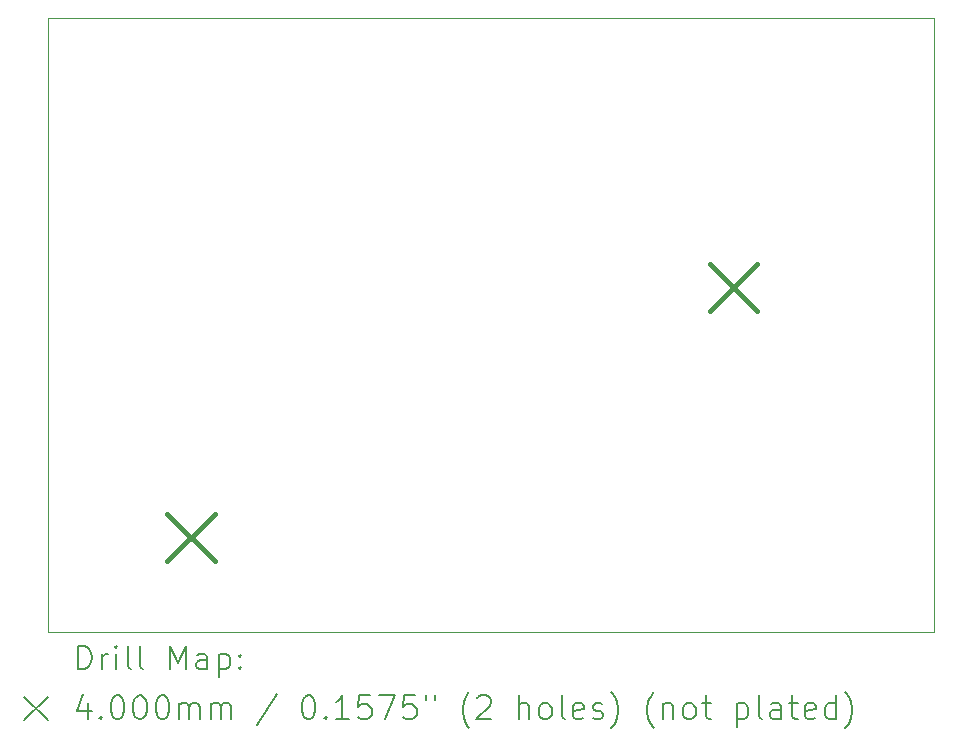
<source format=gbr>
%FSLAX45Y45*%
G04 Gerber Fmt 4.5, Leading zero omitted, Abs format (unit mm)*
G04 Created by KiCad (PCBNEW (6.0.4)) date 2023-03-15 02:05:19*
%MOMM*%
%LPD*%
G01*
G04 APERTURE LIST*
%TA.AperFunction,Profile*%
%ADD10C,0.100000*%
%TD*%
%ADD11C,0.200000*%
%ADD12C,0.400000*%
G04 APERTURE END LIST*
D10*
X14200000Y-7900000D02*
X21700000Y-7900000D01*
X21700000Y-7900000D02*
X21700000Y-13100000D01*
X21700000Y-13100000D02*
X14200000Y-13100000D01*
X14200000Y-13100000D02*
X14200000Y-7900000D01*
D11*
D12*
X15210000Y-12100000D02*
X15610000Y-12500000D01*
X15610000Y-12100000D02*
X15210000Y-12500000D01*
X19800000Y-9980000D02*
X20200000Y-10380000D01*
X20200000Y-9980000D02*
X19800000Y-10380000D01*
D11*
X14452619Y-13415476D02*
X14452619Y-13215476D01*
X14500238Y-13215476D01*
X14528809Y-13225000D01*
X14547857Y-13244048D01*
X14557381Y-13263095D01*
X14566905Y-13301190D01*
X14566905Y-13329762D01*
X14557381Y-13367857D01*
X14547857Y-13386905D01*
X14528809Y-13405952D01*
X14500238Y-13415476D01*
X14452619Y-13415476D01*
X14652619Y-13415476D02*
X14652619Y-13282143D01*
X14652619Y-13320238D02*
X14662143Y-13301190D01*
X14671667Y-13291667D01*
X14690714Y-13282143D01*
X14709762Y-13282143D01*
X14776428Y-13415476D02*
X14776428Y-13282143D01*
X14776428Y-13215476D02*
X14766905Y-13225000D01*
X14776428Y-13234524D01*
X14785952Y-13225000D01*
X14776428Y-13215476D01*
X14776428Y-13234524D01*
X14900238Y-13415476D02*
X14881190Y-13405952D01*
X14871667Y-13386905D01*
X14871667Y-13215476D01*
X15005000Y-13415476D02*
X14985952Y-13405952D01*
X14976428Y-13386905D01*
X14976428Y-13215476D01*
X15233571Y-13415476D02*
X15233571Y-13215476D01*
X15300238Y-13358333D01*
X15366905Y-13215476D01*
X15366905Y-13415476D01*
X15547857Y-13415476D02*
X15547857Y-13310714D01*
X15538333Y-13291667D01*
X15519286Y-13282143D01*
X15481190Y-13282143D01*
X15462143Y-13291667D01*
X15547857Y-13405952D02*
X15528809Y-13415476D01*
X15481190Y-13415476D01*
X15462143Y-13405952D01*
X15452619Y-13386905D01*
X15452619Y-13367857D01*
X15462143Y-13348809D01*
X15481190Y-13339286D01*
X15528809Y-13339286D01*
X15547857Y-13329762D01*
X15643095Y-13282143D02*
X15643095Y-13482143D01*
X15643095Y-13291667D02*
X15662143Y-13282143D01*
X15700238Y-13282143D01*
X15719286Y-13291667D01*
X15728809Y-13301190D01*
X15738333Y-13320238D01*
X15738333Y-13377381D01*
X15728809Y-13396428D01*
X15719286Y-13405952D01*
X15700238Y-13415476D01*
X15662143Y-13415476D01*
X15643095Y-13405952D01*
X15824048Y-13396428D02*
X15833571Y-13405952D01*
X15824048Y-13415476D01*
X15814524Y-13405952D01*
X15824048Y-13396428D01*
X15824048Y-13415476D01*
X15824048Y-13291667D02*
X15833571Y-13301190D01*
X15824048Y-13310714D01*
X15814524Y-13301190D01*
X15824048Y-13291667D01*
X15824048Y-13310714D01*
X13995000Y-13645000D02*
X14195000Y-13845000D01*
X14195000Y-13645000D02*
X13995000Y-13845000D01*
X14538333Y-13702143D02*
X14538333Y-13835476D01*
X14490714Y-13625952D02*
X14443095Y-13768809D01*
X14566905Y-13768809D01*
X14643095Y-13816428D02*
X14652619Y-13825952D01*
X14643095Y-13835476D01*
X14633571Y-13825952D01*
X14643095Y-13816428D01*
X14643095Y-13835476D01*
X14776428Y-13635476D02*
X14795476Y-13635476D01*
X14814524Y-13645000D01*
X14824048Y-13654524D01*
X14833571Y-13673571D01*
X14843095Y-13711667D01*
X14843095Y-13759286D01*
X14833571Y-13797381D01*
X14824048Y-13816428D01*
X14814524Y-13825952D01*
X14795476Y-13835476D01*
X14776428Y-13835476D01*
X14757381Y-13825952D01*
X14747857Y-13816428D01*
X14738333Y-13797381D01*
X14728809Y-13759286D01*
X14728809Y-13711667D01*
X14738333Y-13673571D01*
X14747857Y-13654524D01*
X14757381Y-13645000D01*
X14776428Y-13635476D01*
X14966905Y-13635476D02*
X14985952Y-13635476D01*
X15005000Y-13645000D01*
X15014524Y-13654524D01*
X15024048Y-13673571D01*
X15033571Y-13711667D01*
X15033571Y-13759286D01*
X15024048Y-13797381D01*
X15014524Y-13816428D01*
X15005000Y-13825952D01*
X14985952Y-13835476D01*
X14966905Y-13835476D01*
X14947857Y-13825952D01*
X14938333Y-13816428D01*
X14928809Y-13797381D01*
X14919286Y-13759286D01*
X14919286Y-13711667D01*
X14928809Y-13673571D01*
X14938333Y-13654524D01*
X14947857Y-13645000D01*
X14966905Y-13635476D01*
X15157381Y-13635476D02*
X15176428Y-13635476D01*
X15195476Y-13645000D01*
X15205000Y-13654524D01*
X15214524Y-13673571D01*
X15224048Y-13711667D01*
X15224048Y-13759286D01*
X15214524Y-13797381D01*
X15205000Y-13816428D01*
X15195476Y-13825952D01*
X15176428Y-13835476D01*
X15157381Y-13835476D01*
X15138333Y-13825952D01*
X15128809Y-13816428D01*
X15119286Y-13797381D01*
X15109762Y-13759286D01*
X15109762Y-13711667D01*
X15119286Y-13673571D01*
X15128809Y-13654524D01*
X15138333Y-13645000D01*
X15157381Y-13635476D01*
X15309762Y-13835476D02*
X15309762Y-13702143D01*
X15309762Y-13721190D02*
X15319286Y-13711667D01*
X15338333Y-13702143D01*
X15366905Y-13702143D01*
X15385952Y-13711667D01*
X15395476Y-13730714D01*
X15395476Y-13835476D01*
X15395476Y-13730714D02*
X15405000Y-13711667D01*
X15424048Y-13702143D01*
X15452619Y-13702143D01*
X15471667Y-13711667D01*
X15481190Y-13730714D01*
X15481190Y-13835476D01*
X15576428Y-13835476D02*
X15576428Y-13702143D01*
X15576428Y-13721190D02*
X15585952Y-13711667D01*
X15605000Y-13702143D01*
X15633571Y-13702143D01*
X15652619Y-13711667D01*
X15662143Y-13730714D01*
X15662143Y-13835476D01*
X15662143Y-13730714D02*
X15671667Y-13711667D01*
X15690714Y-13702143D01*
X15719286Y-13702143D01*
X15738333Y-13711667D01*
X15747857Y-13730714D01*
X15747857Y-13835476D01*
X16138333Y-13625952D02*
X15966905Y-13883095D01*
X16395476Y-13635476D02*
X16414524Y-13635476D01*
X16433571Y-13645000D01*
X16443095Y-13654524D01*
X16452619Y-13673571D01*
X16462143Y-13711667D01*
X16462143Y-13759286D01*
X16452619Y-13797381D01*
X16443095Y-13816428D01*
X16433571Y-13825952D01*
X16414524Y-13835476D01*
X16395476Y-13835476D01*
X16376428Y-13825952D01*
X16366905Y-13816428D01*
X16357381Y-13797381D01*
X16347857Y-13759286D01*
X16347857Y-13711667D01*
X16357381Y-13673571D01*
X16366905Y-13654524D01*
X16376428Y-13645000D01*
X16395476Y-13635476D01*
X16547857Y-13816428D02*
X16557381Y-13825952D01*
X16547857Y-13835476D01*
X16538333Y-13825952D01*
X16547857Y-13816428D01*
X16547857Y-13835476D01*
X16747857Y-13835476D02*
X16633571Y-13835476D01*
X16690714Y-13835476D02*
X16690714Y-13635476D01*
X16671667Y-13664048D01*
X16652619Y-13683095D01*
X16633571Y-13692619D01*
X16928810Y-13635476D02*
X16833571Y-13635476D01*
X16824048Y-13730714D01*
X16833571Y-13721190D01*
X16852619Y-13711667D01*
X16900238Y-13711667D01*
X16919286Y-13721190D01*
X16928810Y-13730714D01*
X16938333Y-13749762D01*
X16938333Y-13797381D01*
X16928810Y-13816428D01*
X16919286Y-13825952D01*
X16900238Y-13835476D01*
X16852619Y-13835476D01*
X16833571Y-13825952D01*
X16824048Y-13816428D01*
X17005000Y-13635476D02*
X17138333Y-13635476D01*
X17052619Y-13835476D01*
X17309762Y-13635476D02*
X17214524Y-13635476D01*
X17205000Y-13730714D01*
X17214524Y-13721190D01*
X17233571Y-13711667D01*
X17281190Y-13711667D01*
X17300238Y-13721190D01*
X17309762Y-13730714D01*
X17319286Y-13749762D01*
X17319286Y-13797381D01*
X17309762Y-13816428D01*
X17300238Y-13825952D01*
X17281190Y-13835476D01*
X17233571Y-13835476D01*
X17214524Y-13825952D01*
X17205000Y-13816428D01*
X17395476Y-13635476D02*
X17395476Y-13673571D01*
X17471667Y-13635476D02*
X17471667Y-13673571D01*
X17766905Y-13911667D02*
X17757381Y-13902143D01*
X17738333Y-13873571D01*
X17728810Y-13854524D01*
X17719286Y-13825952D01*
X17709762Y-13778333D01*
X17709762Y-13740238D01*
X17719286Y-13692619D01*
X17728810Y-13664048D01*
X17738333Y-13645000D01*
X17757381Y-13616428D01*
X17766905Y-13606905D01*
X17833571Y-13654524D02*
X17843095Y-13645000D01*
X17862143Y-13635476D01*
X17909762Y-13635476D01*
X17928810Y-13645000D01*
X17938333Y-13654524D01*
X17947857Y-13673571D01*
X17947857Y-13692619D01*
X17938333Y-13721190D01*
X17824048Y-13835476D01*
X17947857Y-13835476D01*
X18185952Y-13835476D02*
X18185952Y-13635476D01*
X18271667Y-13835476D02*
X18271667Y-13730714D01*
X18262143Y-13711667D01*
X18243095Y-13702143D01*
X18214524Y-13702143D01*
X18195476Y-13711667D01*
X18185952Y-13721190D01*
X18395476Y-13835476D02*
X18376429Y-13825952D01*
X18366905Y-13816428D01*
X18357381Y-13797381D01*
X18357381Y-13740238D01*
X18366905Y-13721190D01*
X18376429Y-13711667D01*
X18395476Y-13702143D01*
X18424048Y-13702143D01*
X18443095Y-13711667D01*
X18452619Y-13721190D01*
X18462143Y-13740238D01*
X18462143Y-13797381D01*
X18452619Y-13816428D01*
X18443095Y-13825952D01*
X18424048Y-13835476D01*
X18395476Y-13835476D01*
X18576429Y-13835476D02*
X18557381Y-13825952D01*
X18547857Y-13806905D01*
X18547857Y-13635476D01*
X18728810Y-13825952D02*
X18709762Y-13835476D01*
X18671667Y-13835476D01*
X18652619Y-13825952D01*
X18643095Y-13806905D01*
X18643095Y-13730714D01*
X18652619Y-13711667D01*
X18671667Y-13702143D01*
X18709762Y-13702143D01*
X18728810Y-13711667D01*
X18738333Y-13730714D01*
X18738333Y-13749762D01*
X18643095Y-13768809D01*
X18814524Y-13825952D02*
X18833571Y-13835476D01*
X18871667Y-13835476D01*
X18890714Y-13825952D01*
X18900238Y-13806905D01*
X18900238Y-13797381D01*
X18890714Y-13778333D01*
X18871667Y-13768809D01*
X18843095Y-13768809D01*
X18824048Y-13759286D01*
X18814524Y-13740238D01*
X18814524Y-13730714D01*
X18824048Y-13711667D01*
X18843095Y-13702143D01*
X18871667Y-13702143D01*
X18890714Y-13711667D01*
X18966905Y-13911667D02*
X18976429Y-13902143D01*
X18995476Y-13873571D01*
X19005000Y-13854524D01*
X19014524Y-13825952D01*
X19024048Y-13778333D01*
X19024048Y-13740238D01*
X19014524Y-13692619D01*
X19005000Y-13664048D01*
X18995476Y-13645000D01*
X18976429Y-13616428D01*
X18966905Y-13606905D01*
X19328810Y-13911667D02*
X19319286Y-13902143D01*
X19300238Y-13873571D01*
X19290714Y-13854524D01*
X19281190Y-13825952D01*
X19271667Y-13778333D01*
X19271667Y-13740238D01*
X19281190Y-13692619D01*
X19290714Y-13664048D01*
X19300238Y-13645000D01*
X19319286Y-13616428D01*
X19328810Y-13606905D01*
X19405000Y-13702143D02*
X19405000Y-13835476D01*
X19405000Y-13721190D02*
X19414524Y-13711667D01*
X19433571Y-13702143D01*
X19462143Y-13702143D01*
X19481190Y-13711667D01*
X19490714Y-13730714D01*
X19490714Y-13835476D01*
X19614524Y-13835476D02*
X19595476Y-13825952D01*
X19585952Y-13816428D01*
X19576429Y-13797381D01*
X19576429Y-13740238D01*
X19585952Y-13721190D01*
X19595476Y-13711667D01*
X19614524Y-13702143D01*
X19643095Y-13702143D01*
X19662143Y-13711667D01*
X19671667Y-13721190D01*
X19681190Y-13740238D01*
X19681190Y-13797381D01*
X19671667Y-13816428D01*
X19662143Y-13825952D01*
X19643095Y-13835476D01*
X19614524Y-13835476D01*
X19738333Y-13702143D02*
X19814524Y-13702143D01*
X19766905Y-13635476D02*
X19766905Y-13806905D01*
X19776429Y-13825952D01*
X19795476Y-13835476D01*
X19814524Y-13835476D01*
X20033571Y-13702143D02*
X20033571Y-13902143D01*
X20033571Y-13711667D02*
X20052619Y-13702143D01*
X20090714Y-13702143D01*
X20109762Y-13711667D01*
X20119286Y-13721190D01*
X20128810Y-13740238D01*
X20128810Y-13797381D01*
X20119286Y-13816428D01*
X20109762Y-13825952D01*
X20090714Y-13835476D01*
X20052619Y-13835476D01*
X20033571Y-13825952D01*
X20243095Y-13835476D02*
X20224048Y-13825952D01*
X20214524Y-13806905D01*
X20214524Y-13635476D01*
X20405000Y-13835476D02*
X20405000Y-13730714D01*
X20395476Y-13711667D01*
X20376429Y-13702143D01*
X20338333Y-13702143D01*
X20319286Y-13711667D01*
X20405000Y-13825952D02*
X20385952Y-13835476D01*
X20338333Y-13835476D01*
X20319286Y-13825952D01*
X20309762Y-13806905D01*
X20309762Y-13787857D01*
X20319286Y-13768809D01*
X20338333Y-13759286D01*
X20385952Y-13759286D01*
X20405000Y-13749762D01*
X20471667Y-13702143D02*
X20547857Y-13702143D01*
X20500238Y-13635476D02*
X20500238Y-13806905D01*
X20509762Y-13825952D01*
X20528810Y-13835476D01*
X20547857Y-13835476D01*
X20690714Y-13825952D02*
X20671667Y-13835476D01*
X20633571Y-13835476D01*
X20614524Y-13825952D01*
X20605000Y-13806905D01*
X20605000Y-13730714D01*
X20614524Y-13711667D01*
X20633571Y-13702143D01*
X20671667Y-13702143D01*
X20690714Y-13711667D01*
X20700238Y-13730714D01*
X20700238Y-13749762D01*
X20605000Y-13768809D01*
X20871667Y-13835476D02*
X20871667Y-13635476D01*
X20871667Y-13825952D02*
X20852619Y-13835476D01*
X20814524Y-13835476D01*
X20795476Y-13825952D01*
X20785952Y-13816428D01*
X20776429Y-13797381D01*
X20776429Y-13740238D01*
X20785952Y-13721190D01*
X20795476Y-13711667D01*
X20814524Y-13702143D01*
X20852619Y-13702143D01*
X20871667Y-13711667D01*
X20947857Y-13911667D02*
X20957381Y-13902143D01*
X20976429Y-13873571D01*
X20985952Y-13854524D01*
X20995476Y-13825952D01*
X21005000Y-13778333D01*
X21005000Y-13740238D01*
X20995476Y-13692619D01*
X20985952Y-13664048D01*
X20976429Y-13645000D01*
X20957381Y-13616428D01*
X20947857Y-13606905D01*
M02*

</source>
